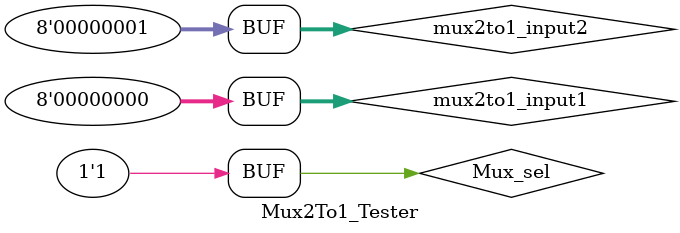
<source format=v>
`timescale 1ns / 1ps


module Mux2To1_Tester;

	// Inputs
	reg Mux_sel;
	reg [7:0] mux2to1_input1;
	reg [7:0] mux2to1_input2;

	// Outputs
	wire [7:0] mux2to1_output;

	// Instantiate the Unit Under Test (UUT)
	Mux2To1 uut (
		.Mux_sel(Mux_sel), 
		.mux2to1_input1(mux2to1_input1), 
		.mux2to1_input2(mux2to1_input2), 
		.mux2to1_output(mux2to1_output)
	);

	initial begin
		// Initialize Inputs
		Mux_sel = 0;
		mux2to1_input1 = 1;
		mux2to1_input2 = 2;

		// Wait 100 ns for global reset to finish
		#100;
     	Mux_sel = 1;
		mux2to1_input1 = 0;
		mux2to1_input2 = 1;   
		// Add stimulus here

	end
      
endmodule


</source>
